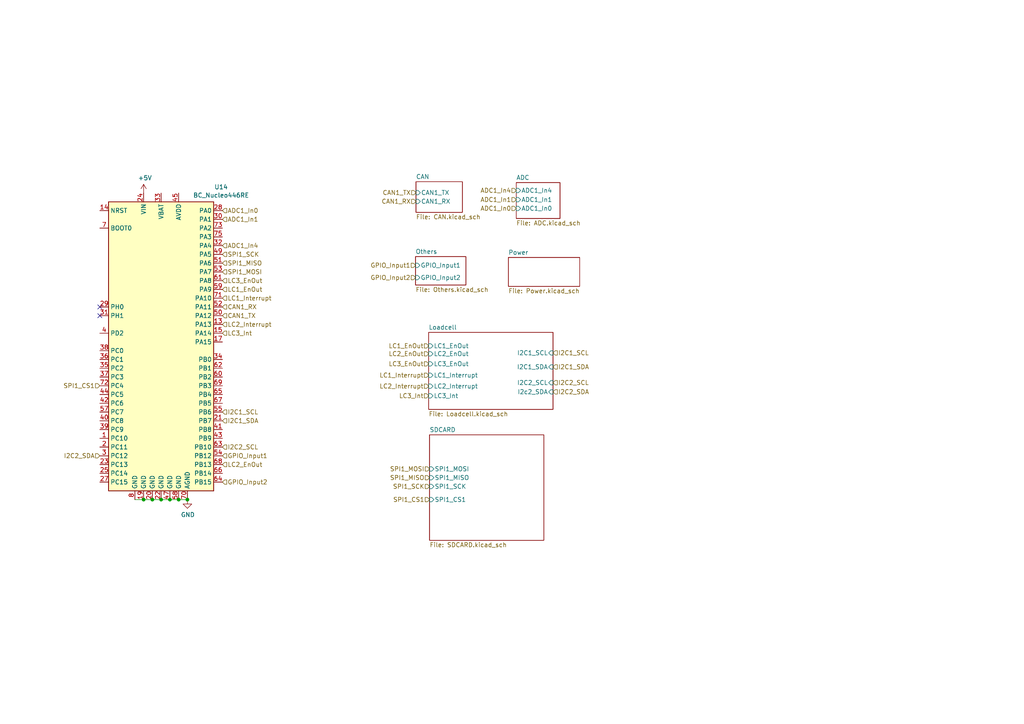
<source format=kicad_sch>
(kicad_sch (version 20231120) (generator "eeschema") (generator_version "8.0")
  (paper "A4")
  (lib_symbols
    (symbol "BC_Nucleo_boards:BC_Nucleo446RE"
      (property "Reference" "U" (at -15.24 41.91 0))
      (property "Value" "BC_Nucleo446RE" (at 10.16 41.91 0))
      (symbol "BC_Nucleo446RE_0_1"
        (rectangle (start -15.24 -43.18) (end 15.24 40.64) (stroke (width 0.254)) (fill (type background)))
      )
      (symbol "BC_Nucleo446RE_1_1"
        (pin bidirectional line (at -17.78 -27.94 0) (length 2.54) (name "PC10") (number "1"))
        (pin bidirectional line (at 17.78 5.08 180) (length 2.54) (name "PA13") (number "13"))
        (pin input line (at -17.78 38.1 0) (length 2.54) (name "NRST") (number "14"))
        (pin bidirectional line (at 17.78 2.54 180) (length 2.54) (name "PA14") (number "15"))
        (pin bidirectional line (at 17.78 0 180) (length 2.54) (name "PA15") (number "17"))
        (pin power_in line (at -5.08 -45.72 90) (length 2.54) (name "GND") (number "19"))
        (pin bidirectional line (at -17.78 -30.48 0) (length 2.54) (name "PC11") (number "2"))
        (pin power_in line (at -2.54 -45.72 90) (length 2.54) (name "GND") (number "20"))
        (pin bidirectional line (at 17.78 -22.86 180) (length 2.54) (name "PB7") (number "21"))
        (pin power_in line (at 0 -45.72 90) (length 2.54) (name "GND") (number "22"))
        (pin bidirectional line (at -17.78 -35.56 0) (length 2.54) (name "PC13") (number "23"))
        (pin power_in line (at -5.08 43.18 270) (length 2.54) (name "VIN") (number "24"))
        (pin bidirectional line (at -17.78 -38.1 0) (length 2.54) (name "PC14") (number "25"))
        (pin bidirectional line (at -17.78 -40.64 0) (length 2.54) (name "PC15") (number "27"))
        (pin bidirectional line (at 17.78 38.1 180) (length 2.54) (name "PA0") (number "28"))
        (pin input line (at -17.78 10.16 0) (length 2.54) (name "PH0") (number "29"))
        (pin bidirectional line (at -17.78 -33.02 0) (length 2.54) (name "PC12") (number "3"))
        (pin bidirectional line (at 17.78 35.56 180) (length 2.54) (name "PA1") (number "30"))
        (pin input line (at -17.78 7.62 0) (length 2.54) (name "PH1") (number "31"))
        (pin bidirectional line (at 17.78 27.94 180) (length 2.54) (name "PA4") (number "32"))
        (pin bidirectional line (at 0 43.18 270) (length 2.54) (name "VBAT") (number "33"))
        (pin bidirectional line (at 17.78 -5.08 180) (length 2.54) (name "PB0") (number "34"))
        (pin bidirectional line (at -17.78 -7.62 0) (length 2.54) (name "PC2") (number "35"))
        (pin bidirectional line (at -17.78 -5.08 0) (length 2.54) (name "PC1") (number "36"))
        (pin bidirectional line (at -17.78 -10.16 0) (length 2.54) (name "PC3") (number "37"))
        (pin bidirectional line (at -17.78 -2.54 0) (length 2.54) (name "PC0") (number "38"))
        (pin bidirectional line (at -17.78 -25.4 0) (length 2.54) (name "PC9") (number "39"))
        (pin bidirectional line (at -17.78 2.54 0) (length 2.54) (name "PD2") (number "4"))
        (pin bidirectional line (at -17.78 -22.86 0) (length 2.54) (name "PC8") (number "40"))
        (pin bidirectional line (at 17.78 -25.4 180) (length 2.54) (name "PB8") (number "41"))
        (pin bidirectional line (at -17.78 -17.78 0) (length 2.54) (name "PC6") (number "42"))
        (pin bidirectional line (at 17.78 -27.94 180) (length 2.54) (name "PB9") (number "43"))
        (pin bidirectional line (at -17.78 -15.24 0) (length 2.54) (name "PC5") (number "44"))
        (pin bidirectional line (at 5.08 43.18 270) (length 2.54) (name "AVDD") (number "45"))
        (pin bidirectional line (at 2.54 -45.72 90) (length 2.54) (name "GND") (number "47"))
        (pin bidirectional line (at 17.78 25.4 180) (length 2.54) (name "PA5") (number "49"))
        (pin bidirectional line (at 17.78 7.62 180) (length 2.54) (name "PA12") (number "50"))
        (pin bidirectional line (at 17.78 22.86 180) (length 2.54) (name "PA6") (number "51"))
        (pin bidirectional line (at 17.78 10.16 180) (length 2.54) (name "PA11") (number "52"))
        (pin bidirectional line (at 17.78 20.32 180) (length 2.54) (name "PA7") (number "53"))
        (pin bidirectional line (at 17.78 -33.02 180) (length 2.54) (name "PB12") (number "54"))
        (pin bidirectional line (at 17.78 -20.32 180) (length 2.54) (name "PB6") (number "55"))
        (pin bidirectional line (at -17.78 -20.32 0) (length 2.54) (name "PC7") (number "57"))
        (pin bidirectional line (at 5.08 -45.72 90) (length 2.54) (name "GND") (number "58"))
        (pin bidirectional line (at 17.78 15.24 180) (length 2.54) (name "PA9") (number "59"))
        (pin bidirectional line (at 17.78 -10.16 180) (length 2.54) (name "PB2") (number "60"))
        (pin bidirectional line (at 17.78 17.78 180) (length 2.54) (name "PA8") (number "61"))
        (pin bidirectional line (at 17.78 -7.62 180) (length 2.54) (name "PB1") (number "62"))
        (pin bidirectional line (at 17.78 -30.48 180) (length 2.54) (name "PB10") (number "63"))
        (pin bidirectional line (at 17.78 -40.64 180) (length 2.54) (name "PB15") (number "64"))
        (pin bidirectional line (at 17.78 -15.24 180) (length 2.54) (name "PB4") (number "65"))
        (pin bidirectional line (at 17.78 -38.1 180) (length 2.54) (name "PB14") (number "66"))
        (pin bidirectional line (at 17.78 -17.78 180) (length 2.54) (name "PB5") (number "67"))
        (pin bidirectional line (at 17.78 -35.56 180) (length 2.54) (name "PB13") (number "68"))
        (pin bidirectional line (at 17.78 -12.7 180) (length 2.54) (name "PB3") (number "69"))
        (pin input line (at -17.78 33.02 0) (length 2.54) (name "BOOT0") (number "7"))
        (pin bidirectional line (at 7.62 -45.72 90) (length 2.54) (name "AGND") (number "70"))
        (pin bidirectional line (at 17.78 12.7 180) (length 2.54) (name "PA10") (number "71"))
        (pin bidirectional line (at -17.78 -12.7 0) (length 2.54) (name "PC4") (number "72"))
        (pin bidirectional line (at 17.78 33.02 180) (length 2.54) (name "PA2") (number "73"))
        (pin bidirectional line (at 17.78 30.48 180) (length 2.54) (name "PA3") (number "75"))
        (pin power_in line (at -7.62 -45.72 90) (length 2.54) (name "GND") (number "8"))
      )
    )
    (symbol "power:+5V" (power) (pin_names (offset 0))
      (property "Value" "+5V" (at 0 3.556 0))
      (symbol "+5V_0_1"
        (polyline (pts (xy -0.762 1.27) (xy 0 2.54)))
        (polyline (pts (xy 0 0) (xy 0 2.54)))
        (polyline (pts (xy 0 2.54) (xy 0.762 1.27)))
      )
      (symbol "+5V_1_1"
        (pin power_in line (at 0 0 90) (length 0) hide (name "+5V") (number "1"))
      )
    )
    (symbol "power:GND" (power) (pin_names (offset 0))
      (property "Value" "GND" (at 0 -3.81 0))
      (symbol "GND_0_1"
        (polyline (pts (xy 0 0) (xy 0 -1.27) (xy 1.27 -1.27) (xy 0 -2.54) (xy -1.27 -1.27) (xy 0 -1.27)))
      )
      (symbol "GND_1_1"
        (pin power_in line (at 0 0 270) (length 0) hide (name "GND") (number "1"))
      )
    )
  )
  (junction (at 51.816 144.907))
  (junction (at 44.196 144.907))
  (junction (at 54.356 144.907))
  (junction (at 49.276 144.907))
  (junction (at 41.656 144.907))
  (junction (at 46.736 144.907))
  (no_connect (at 28.956 91.567))
  (no_connect (at 28.956 89.027))
  (wire (pts (xy 51.816 144.907) (xy 54.356 144.907)))
  (wire (pts (xy 44.196 144.907) (xy 46.736 144.907)))
  (wire (pts (xy 39.116 144.907) (xy 41.656 144.907)))
  (wire (pts (xy 49.276 144.907) (xy 51.816 144.907)))
  (wire (pts (xy 41.656 144.907) (xy 44.196 144.907)))
  (wire (pts (xy 46.736 144.907) (xy 49.276 144.907)))
  (hierarchical_label "SPI1_MOSI" (shape input) (at 124.587 136.017 180))
  (hierarchical_label "I2C1_SCL" (shape input) (at 64.516 119.507 0))
  (hierarchical_label "LC3_EnOut" (shape input) (at 124.333 105.537 180))
  (hierarchical_label "LC3_Int" (shape input) (at 124.333 114.808 180))
  (hierarchical_label "ADC1_In0" (shape input) (at 149.733 60.452 180))
  (hierarchical_label "ADC1_In4" (shape input) (at 64.516 71.247 0))
  (hierarchical_label "ADC1_In1" (shape input) (at 64.516 63.627 0))
  (hierarchical_label "I2C1_SCL" (shape input) (at 160.401 102.362 0))
  (hierarchical_label "LC1_EnOut" (shape input) (at 64.516 83.947 0))
  (hierarchical_label "LC2_EnOut" (shape input) (at 124.333 102.616 180))
  (hierarchical_label "SPI1_SCK" (shape input) (at 64.516 73.787 0))
  (hierarchical_label "CAN1_RX" (shape input) (at 64.516 89.027 0))
  (hierarchical_label "SPI1_MISO" (shape input) (at 64.516 76.327 0))
  (hierarchical_label "LC1_EnOut" (shape input) (at 124.333 100.33 180))
  (hierarchical_label "LC3_Int" (shape input) (at 64.516 96.647 0))
  (hierarchical_label "I2C1_SDA" (shape input) (at 160.401 106.426 0))
  (hierarchical_label "LC3_EnOut" (shape input) (at 64.516 81.407 0))
  (hierarchical_label "CAN1_RX" (shape input) (at 120.65 58.42 180))
  (hierarchical_label "ADC1_In1" (shape input) (at 149.733 57.912 180))
  (hierarchical_label "LC1_Interrupt" (shape input) (at 64.516 86.487 0))
  (hierarchical_label "ADC1_In4" (shape input) (at 149.733 55.245 180))
  (hierarchical_label "LC2_Interrupt" (shape input) (at 124.333 112.014 180))
  (hierarchical_label "SPI1_CS1" (shape input) (at 124.587 144.907 180))
  (hierarchical_label "GPIO_Input2" (shape input) (at 120.523 80.518 180))
  (hierarchical_label "I2C2_SDA" (shape input) (at 160.401 113.665 0))
  (hierarchical_label "CAN1_TX" (shape input) (at 64.516 91.567 0))
  (hierarchical_label "GPIO_Input1" (shape input) (at 120.523 76.962 180))
  (hierarchical_label "CAN1_TX" (shape input) (at 120.65 55.88 180))
  (hierarchical_label "I2C2_SCL" (shape input) (at 64.516 129.667 0))
  (hierarchical_label "I2C2_SDA" (shape input) (at 28.956 132.207 180))
  (hierarchical_label "I2C1_SDA" (shape input) (at 64.516 122.047 0))
  (hierarchical_label "SPI1_CS1" (shape input) (at 28.956 111.887 180))
  (hierarchical_label "GPIO_Input2" (shape input) (at 64.516 139.827 0))
  (hierarchical_label "LC2_EnOut" (shape input) (at 64.516 134.747 0))
  (hierarchical_label "LC1_Interrupt" (shape input) (at 124.333 108.839 180))
  (hierarchical_label "GPIO_Input1" (shape input) (at 64.516 132.207 0))
  (hierarchical_label "SPI1_MOSI" (shape input) (at 64.516 78.867 0))
  (hierarchical_label "I2C2_SCL" (shape input) (at 160.401 110.998 0))
  (hierarchical_label "LC2_Interrupt" (shape input) (at 64.516 94.107 0))
  (hierarchical_label "SPI1_SCK" (shape input) (at 124.587 141.097 180))
  (hierarchical_label "SPI1_MISO" (shape input) (at 124.587 138.557 180))
  (hierarchical_label "ADC1_In0" (shape input) (at 64.516 61.087 0))
  (symbol (lib_id "BC_Nucleo_boards:BC_Nucleo446RE") (at 46.736 99.187 0) (unit 1)
    (property "Reference" "U14" (at 64.135 54.229 0))
    (property "Value" "BC_Nucleo446RE" (at 64.135 56.642 0))
    (property "Footprint" "BC_STM_Board:Main_NUCLEO-F446RE" (effects (hide yes)))
    (property "Datasheet" "http://www.st.com/st-web-ui/static/active/en/resource/technical/document/datasheet/DM00141306.pdf" (effects (hide yes)))
  )
  (symbol (lib_id "power:GND") (at 54.356 144.907 0) (unit 1)
    (property "Reference" "#PWR02" (effects (hide yes)))
    (property "Value" "GND" (at 54.483 149.3012 0))
  )
  (symbol (lib_id "power:+5V") (at 41.656 56.007 0) (unit 1)
    (property "Reference" "#PWR01" (effects (hide yes)))
    (property "Value" "+5V" (at 42.037 51.6128 0))
  )
  (sheet (at 120.523 74.422) (size 14.605 8.255)
    (property "Sheetname" "Others" (at 120.523 73.7104 0) (effects (justify left bottom)))
    (property "Sheetfile" "Others.kicad_sch" (at 120.523 83.2616 0) (effects (justify left top)))
    (pin "GPIO_Input1" input (at 120.523 76.962 180))
    (pin "GPIO_Input2" input (at 120.523 80.518 180))
  )
  (sheet (at 124.333 96.393) (size 36.068 22.352)
    (property "Sheetname" "Loadcell" (at 124.333 95.6814 0) (effects (justify left bottom)))
    (property "Sheetfile" "Loadcell.kicad_sch" (at 124.333 119.3296 0) (effects (justify left top)))
    (pin "LC3_EnOut" input (at 124.333 105.537 180))
    (pin "LC2_EnOut" input (at 124.333 102.616 180))
    (pin "LC1_EnOut" input (at 124.333 100.33 180))
    (pin "LC1_Interrupt" input (at 124.333 108.839 180))
    (pin "LC2_Interrupt" input (at 124.333 112.014 180))
    (pin "LC3_Int" input (at 124.333 114.808 180))
    (pin "I2C1_SCL" input (at 160.401 102.362 0))
    (pin "I2C1_SDA" input (at 160.401 106.426 0))
    (pin "I2C2_SCL" input (at 160.401 110.998 0))
    (pin "I2c2_SDA" input (at 160.401 113.665 0))
  )
  (sheet (at 124.587 126.111) (size 33.147 30.607)
    (property "Sheetname" "SDCARD" (at 124.587 125.3994 0) (effects (justify left bottom)))
    (property "Sheetfile" "SDCARD.kicad_sch" (at 124.587 157.3026 0) (effects (justify left top)))
    (pin "SPI1_MOSI" input (at 124.587 136.017 180))
    (pin "SPI1_MISO" input (at 124.587 138.557 180))
    (pin "SPI1_SCK" input (at 124.587 141.097 180))
    (pin "SPI1_CS1" input (at 124.587 144.907 180))
  )
  (sheet (at 120.65 52.705) (size 13.462 8.89)
    (property "Sheetname" "CAN" (at 120.65 51.9934 0) (effects (justify left bottom)))
    (property "Sheetfile" "CAN.kicad_sch" (at 120.65 62.1796 0) (effects (justify left top)))
    (pin "CAN1_TX" input (at 120.65 55.88 180))
    (pin "CAN1_RX" input (at 120.65 58.42 180))
  )
  (sheet (at 147.447 74.676) (size 20.701 8.382)
    (property "Sheetname" "Power" (at 147.447 73.9644 0) (effects (justify left bottom)))
    (property "Sheetfile" "Power.kicad_sch" (at 147.447 83.6426 0) (effects (justify left top)))
  )
  (sheet (at 149.733 52.959) (size 12.7 10.414)
    (property "Sheetname" "ADC" (at 149.733 52.2474 0) (effects (justify left bottom)))
    (property "Sheetfile" "ADC.kicad_sch" (at 149.733 63.9576 0) (effects (justify left top)))
    (pin "ADC1_In4" input (at 149.733 55.245 180))
    (pin "ADC1_In1" input (at 149.733 57.912 180))
    (pin "ADC1_In0" input (at 149.733 60.452 180))
  )
)
</source>
